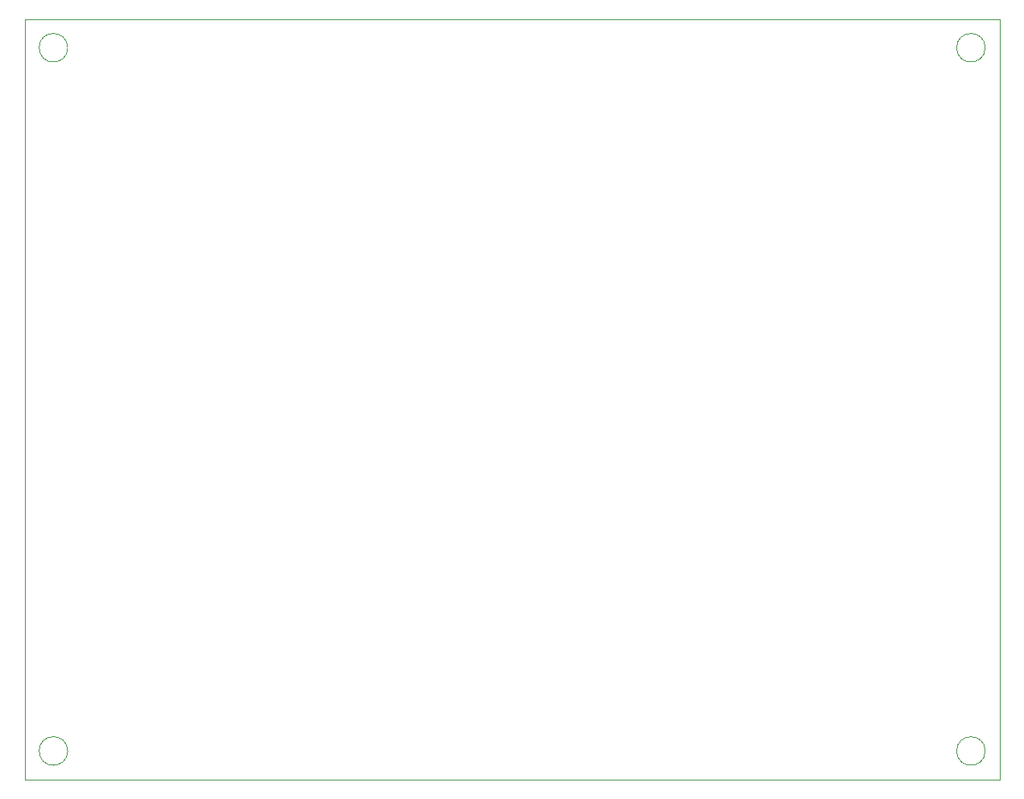
<source format=gbr>
%TF.GenerationSoftware,KiCad,Pcbnew,7.0.10*%
%TF.CreationDate,2024-05-27T10:21:38-04:00*%
%TF.ProjectId,Scout_Board,53636f75-745f-4426-9f61-72642e6b6963,rev?*%
%TF.SameCoordinates,Original*%
%TF.FileFunction,Profile,NP*%
%FSLAX46Y46*%
G04 Gerber Fmt 4.6, Leading zero omitted, Abs format (unit mm)*
G04 Created by KiCad (PCBNEW 7.0.10) date 2024-05-27 10:21:38*
%MOMM*%
%LPD*%
G01*
G04 APERTURE LIST*
%TA.AperFunction,Profile*%
%ADD10C,0.100000*%
%TD*%
G04 APERTURE END LIST*
D10*
X139930000Y-92456000D02*
G75*
G03*
X136930000Y-92456000I-1500000J0D01*
G01*
X136930000Y-92456000D02*
G75*
G03*
X139930000Y-92456000I1500000J0D01*
G01*
X139930000Y-166456000D02*
G75*
G03*
X136930000Y-166456000I-1500000J0D01*
G01*
X136930000Y-166456000D02*
G75*
G03*
X139930000Y-166456000I1500000J0D01*
G01*
X236430000Y-166456000D02*
G75*
G03*
X233430000Y-166456000I-1500000J0D01*
G01*
X233430000Y-166456000D02*
G75*
G03*
X236430000Y-166456000I1500000J0D01*
G01*
X135430000Y-89456000D02*
X237930000Y-89456000D01*
X237930000Y-169456000D01*
X135430000Y-169456000D01*
X135430000Y-89456000D01*
X236430000Y-92456000D02*
G75*
G03*
X233430000Y-92456000I-1500000J0D01*
G01*
X233430000Y-92456000D02*
G75*
G03*
X236430000Y-92456000I1500000J0D01*
G01*
M02*

</source>
